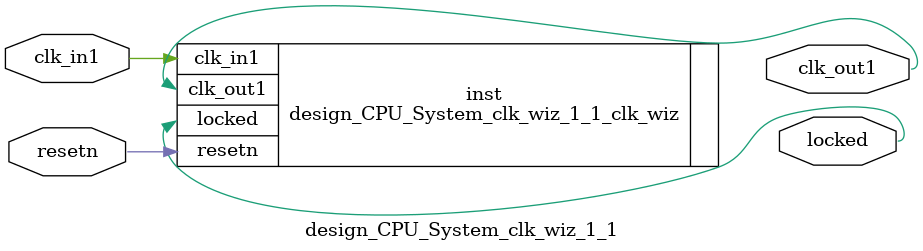
<source format=v>


`timescale 1ps/1ps

(* CORE_GENERATION_INFO = "design_CPU_System_clk_wiz_1_1,clk_wiz_v6_0_11_0_0,{component_name=design_CPU_System_clk_wiz_1_1,use_phase_alignment=true,use_min_o_jitter=false,use_max_i_jitter=false,use_dyn_phase_shift=false,use_inclk_switchover=false,use_dyn_reconfig=false,enable_axi=0,feedback_source=FDBK_AUTO,PRIMITIVE=MMCM,num_out_clk=1,clkin1_period=10.000,clkin2_period=10.000,use_power_down=false,use_reset=true,use_locked=true,use_inclk_stopped=false,feedback_type=SINGLE,CLOCK_MGR_TYPE=NA,manual_override=false}" *)

module design_CPU_System_clk_wiz_1_1 
 (
  // Clock out ports
  output        clk_out1,
  // Status and control signals
  input         resetn,
  output        locked,
 // Clock in ports
  input         clk_in1
 );

  design_CPU_System_clk_wiz_1_1_clk_wiz inst
  (
  // Clock out ports  
  .clk_out1(clk_out1),
  // Status and control signals               
  .resetn(resetn), 
  .locked(locked),
 // Clock in ports
  .clk_in1(clk_in1)
  );

endmodule

</source>
